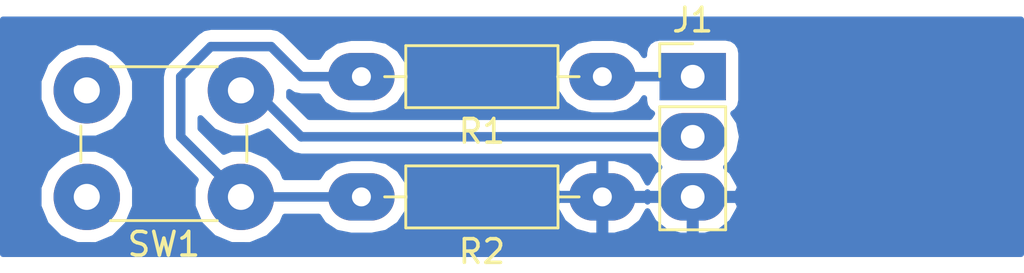
<source format=kicad_pcb>
(kicad_pcb (version 4) (host pcbnew 4.0.6-e0-6349~53~ubuntu14.04.1)

  (general
    (links 7)
    (no_connects 2)
    (area 147.32 102.045 190.500001 113.955)
    (thickness 1.6)
    (drawings 0)
    (tracks 13)
    (zones 0)
    (modules 4)
    (nets 5)
  )

  (page A4)
  (layers
    (0 F.Cu signal)
    (31 B.Cu signal)
    (32 B.Adhes user)
    (33 F.Adhes user)
    (34 B.Paste user)
    (35 F.Paste user)
    (36 B.SilkS user)
    (37 F.SilkS user)
    (38 B.Mask user)
    (39 F.Mask user)
    (40 Dwgs.User user)
    (41 Cmts.User user)
    (42 Eco1.User user)
    (43 Eco2.User user)
    (44 Edge.Cuts user)
    (45 Margin user)
    (46 B.CrtYd user)
    (47 F.CrtYd user)
    (48 B.Fab user)
    (49 F.Fab user)
  )

  (setup
    (last_trace_width 0.4)
    (trace_clearance 0.2)
    (zone_clearance 0.508)
    (zone_45_only no)
    (trace_min 0.2)
    (segment_width 0.2)
    (edge_width 0.15)
    (via_size 0.6)
    (via_drill 0.4)
    (via_min_size 0.4)
    (via_min_drill 0.3)
    (uvia_size 0.3)
    (uvia_drill 0.1)
    (uvias_allowed no)
    (uvia_min_size 0.2)
    (uvia_min_drill 0.1)
    (pcb_text_width 0.3)
    (pcb_text_size 1.5 1.5)
    (mod_edge_width 0.15)
    (mod_text_size 1 1)
    (mod_text_width 0.15)
    (pad_size 2.8 2)
    (pad_drill 1)
    (pad_to_mask_clearance 0.2)
    (aux_axis_origin 0 0)
    (visible_elements FFFFFF7F)
    (pcbplotparams
      (layerselection 0x00030_80000001)
      (usegerberextensions false)
      (excludeedgelayer true)
      (linewidth 0.100000)
      (plotframeref false)
      (viasonmask false)
      (mode 1)
      (useauxorigin false)
      (hpglpennumber 1)
      (hpglpenspeed 20)
      (hpglpendiameter 15)
      (hpglpenoverlay 2)
      (psnegative false)
      (psa4output false)
      (plotreference true)
      (plotvalue true)
      (plotinvisibletext false)
      (padsonsilk false)
      (subtractmaskfromsilk false)
      (outputformat 1)
      (mirror false)
      (drillshape 1)
      (scaleselection 1)
      (outputdirectory ""))
  )

  (net 0 "")
  (net 1 "Net-(J1-Pad1)")
  (net 2 "Net-(J1-Pad2)")
  (net 3 "Net-(J1-Pad3)")
  (net 4 "Net-(R1-Pad2)")

  (net_class Default "Dies ist die voreingestellte Netzklasse."
    (clearance 0.2)
    (trace_width 0.4)
    (via_dia 0.6)
    (via_drill 0.4)
    (uvia_dia 0.3)
    (uvia_drill 0.1)
    (add_net "Net-(J1-Pad1)")
    (add_net "Net-(J1-Pad2)")
    (add_net "Net-(J1-Pad3)")
    (add_net "Net-(R1-Pad2)")
  )

  (module Buttons_Switches_THT:SW_PUSH_6mm (layer F.Cu) (tedit 58D0FC01) (tstamp 58BE87BD)
    (at 157.48 110.49 180)
    (descr https://www.omron.com/ecb/products/pdf/en-b3f.pdf)
    (tags "tact sw push 6mm")
    (path /58BE87BF)
    (fp_text reference SW1 (at 3.25 -2 180) (layer F.SilkS)
      (effects (font (size 1 1) (thickness 0.15)))
    )
    (fp_text value SW_Push (at 3.75 6.7 180) (layer F.Fab)
      (effects (font (size 1 1) (thickness 0.15)))
    )
    (fp_line (start 3.25 -0.75) (end 6.25 -0.75) (layer F.Fab) (width 0.1))
    (fp_line (start 6.25 -0.75) (end 6.25 5.25) (layer F.Fab) (width 0.1))
    (fp_line (start 6.25 5.25) (end 0.25 5.25) (layer F.Fab) (width 0.1))
    (fp_line (start 0.25 5.25) (end 0.25 -0.75) (layer F.Fab) (width 0.1))
    (fp_line (start 0.25 -0.75) (end 3.25 -0.75) (layer F.Fab) (width 0.1))
    (fp_line (start 7.75 6) (end 8 6) (layer F.CrtYd) (width 0.05))
    (fp_line (start 8 6) (end 8 5.75) (layer F.CrtYd) (width 0.05))
    (fp_line (start 7.75 -1.5) (end 8 -1.5) (layer F.CrtYd) (width 0.05))
    (fp_line (start 8 -1.5) (end 8 -1.25) (layer F.CrtYd) (width 0.05))
    (fp_line (start -1.5 -1.25) (end -1.5 -1.5) (layer F.CrtYd) (width 0.05))
    (fp_line (start -1.5 -1.5) (end -1.25 -1.5) (layer F.CrtYd) (width 0.05))
    (fp_line (start -1.5 5.75) (end -1.5 6) (layer F.CrtYd) (width 0.05))
    (fp_line (start -1.5 6) (end -1.25 6) (layer F.CrtYd) (width 0.05))
    (fp_line (start -1.25 -1.5) (end 7.75 -1.5) (layer F.CrtYd) (width 0.05))
    (fp_line (start -1.5 5.75) (end -1.5 -1.25) (layer F.CrtYd) (width 0.05))
    (fp_line (start 7.75 6) (end -1.25 6) (layer F.CrtYd) (width 0.05))
    (fp_line (start 8 -1.25) (end 8 5.75) (layer F.CrtYd) (width 0.05))
    (fp_line (start 1 5.5) (end 5.5 5.5) (layer F.SilkS) (width 0.12))
    (fp_line (start -0.25 1.5) (end -0.25 3) (layer F.SilkS) (width 0.12))
    (fp_line (start 5.5 -1) (end 1 -1) (layer F.SilkS) (width 0.12))
    (fp_line (start 6.75 3) (end 6.75 1.5) (layer F.SilkS) (width 0.12))
    (fp_circle (center 3.25 2.25) (end 1.25 2.5) (layer F.Fab) (width 0.1))
    (pad 2 thru_hole circle (at 0 4.5 270) (size 2.8 2.8) (drill 1.1) (layers *.Cu *.Mask)
      (net 2 "Net-(J1-Pad2)"))
    (pad 1 thru_hole circle (at 0 0 270) (size 2.8 2.8) (drill 1.1) (layers *.Cu *.Mask)
      (net 4 "Net-(R1-Pad2)"))
    (pad 2 thru_hole circle (at 6.5 4.5 270) (size 2.8 2.8) (drill 1.1) (layers *.Cu *.Mask)
      (net 2 "Net-(J1-Pad2)"))
    (pad 1 thru_hole circle (at 6.5 0 270) (size 2.8 2.8) (drill 1.1) (layers *.Cu *.Mask)
      (net 4 "Net-(R1-Pad2)"))
    (model Buttons_Switches_THT.3dshapes/SW_PUSH_6mm.wrl
      (at (xyz 0.005 0 0))
      (scale (xyz 0.3937 0.3937 0.3937))
      (rotate (xyz 0 0 0))
    )
  )

  (module Pin_Headers:Pin_Header_Straight_1x03_Pitch2.54mm (layer F.Cu) (tedit 58D0FC35) (tstamp 58BE87A9)
    (at 176.53 105.41)
    (descr "Through hole straight pin header, 1x03, 2.54mm pitch, single row")
    (tags "Through hole pin header THT 1x03 2.54mm single row")
    (path /58BE84EE)
    (fp_text reference J1 (at 0 -2.39) (layer F.SilkS)
      (effects (font (size 1 1) (thickness 0.15)))
    )
    (fp_text value CONN_01X03_FEMALE (at 0 7.47) (layer F.Fab)
      (effects (font (size 1 1) (thickness 0.15)))
    )
    (fp_line (start -1.27 -1.27) (end -1.27 6.35) (layer F.Fab) (width 0.1))
    (fp_line (start -1.27 6.35) (end 1.27 6.35) (layer F.Fab) (width 0.1))
    (fp_line (start 1.27 6.35) (end 1.27 -1.27) (layer F.Fab) (width 0.1))
    (fp_line (start 1.27 -1.27) (end -1.27 -1.27) (layer F.Fab) (width 0.1))
    (fp_line (start -1.39 1.27) (end -1.39 6.47) (layer F.SilkS) (width 0.12))
    (fp_line (start -1.39 6.47) (end 1.39 6.47) (layer F.SilkS) (width 0.12))
    (fp_line (start 1.39 6.47) (end 1.39 1.27) (layer F.SilkS) (width 0.12))
    (fp_line (start 1.39 1.27) (end -1.39 1.27) (layer F.SilkS) (width 0.12))
    (fp_line (start -1.39 0) (end -1.39 -1.39) (layer F.SilkS) (width 0.12))
    (fp_line (start -1.39 -1.39) (end 0 -1.39) (layer F.SilkS) (width 0.12))
    (fp_line (start -1.6 -1.6) (end -1.6 6.6) (layer F.CrtYd) (width 0.05))
    (fp_line (start -1.6 6.6) (end 1.6 6.6) (layer F.CrtYd) (width 0.05))
    (fp_line (start 1.6 6.6) (end 1.6 -1.6) (layer F.CrtYd) (width 0.05))
    (fp_line (start 1.6 -1.6) (end -1.6 -1.6) (layer F.CrtYd) (width 0.05))
    (pad 1 thru_hole rect (at 0 0) (size 2.8 2) (drill 1) (layers *.Cu *.Mask)
      (net 1 "Net-(J1-Pad1)"))
    (pad 2 thru_hole oval (at 0 2.54) (size 2.8 2) (drill 1) (layers *.Cu *.Mask)
      (net 2 "Net-(J1-Pad2)"))
    (pad 3 thru_hole oval (at 0 5.08) (size 2.8 2) (drill 1) (layers *.Cu *.Mask)
      (net 3 "Net-(J1-Pad3)"))
    (model Pin_Headers.3dshapes/Pin_Header_Straight_1x03_Pitch2.54mm.wrl
      (at (xyz 0 -0.1 0))
      (scale (xyz 1 1 1))
      (rotate (xyz 0 0 90))
    )
  )

  (module Resistors_THT:R_Axial_DIN0207_L6.3mm_D2.5mm_P10.16mm_Horizontal (layer F.Cu) (tedit 58D0FC1B) (tstamp 58BE87AF)
    (at 172.72 105.41 180)
    (descr "Resistor, Axial_DIN0207 series, Axial, Horizontal, pin pitch=10.16mm, 0.25W = 1/4W, length*diameter=6.3*2.5mm^2, http://cdn-reichelt.de/documents/datenblatt/B400/1_4W%23YAG.pdf")
    (tags "Resistor Axial_DIN0207 series Axial Horizontal pin pitch 10.16mm 0.25W = 1/4W length 6.3mm diameter 2.5mm")
    (path /58BE8565)
    (fp_text reference R1 (at 5.08 -2.31 180) (layer F.SilkS)
      (effects (font (size 1 1) (thickness 0.15)))
    )
    (fp_text value 1k (at 5.08 2.31 180) (layer F.Fab)
      (effects (font (size 1 1) (thickness 0.15)))
    )
    (fp_line (start 1.93 -1.25) (end 1.93 1.25) (layer F.Fab) (width 0.1))
    (fp_line (start 1.93 1.25) (end 8.23 1.25) (layer F.Fab) (width 0.1))
    (fp_line (start 8.23 1.25) (end 8.23 -1.25) (layer F.Fab) (width 0.1))
    (fp_line (start 8.23 -1.25) (end 1.93 -1.25) (layer F.Fab) (width 0.1))
    (fp_line (start 0 0) (end 1.93 0) (layer F.Fab) (width 0.1))
    (fp_line (start 10.16 0) (end 8.23 0) (layer F.Fab) (width 0.1))
    (fp_line (start 1.87 -1.31) (end 1.87 1.31) (layer F.SilkS) (width 0.12))
    (fp_line (start 1.87 1.31) (end 8.29 1.31) (layer F.SilkS) (width 0.12))
    (fp_line (start 8.29 1.31) (end 8.29 -1.31) (layer F.SilkS) (width 0.12))
    (fp_line (start 8.29 -1.31) (end 1.87 -1.31) (layer F.SilkS) (width 0.12))
    (fp_line (start 0.98 0) (end 1.87 0) (layer F.SilkS) (width 0.12))
    (fp_line (start 9.18 0) (end 8.29 0) (layer F.SilkS) (width 0.12))
    (fp_line (start -1.05 -1.6) (end -1.05 1.6) (layer F.CrtYd) (width 0.05))
    (fp_line (start -1.05 1.6) (end 11.25 1.6) (layer F.CrtYd) (width 0.05))
    (fp_line (start 11.25 1.6) (end 11.25 -1.6) (layer F.CrtYd) (width 0.05))
    (fp_line (start 11.25 -1.6) (end -1.05 -1.6) (layer F.CrtYd) (width 0.05))
    (pad 1 thru_hole oval (at 0 0 180) (size 2.8 2) (drill 0.8) (layers *.Cu *.Mask)
      (net 1 "Net-(J1-Pad1)"))
    (pad 2 thru_hole oval (at 10.16 0 180) (size 2.8 2) (drill 0.8) (layers *.Cu *.Mask)
      (net 4 "Net-(R1-Pad2)"))
    (model Resistors_THT.3dshapes/R_Axial_DIN0207_L6.3mm_D2.5mm_P10.16mm_Horizontal.wrl
      (at (xyz 0 0 0))
      (scale (xyz 0.393701 0.393701 0.393701))
      (rotate (xyz 0 0 0))
    )
  )

  (module Resistors_THT:R_Axial_DIN0207_L6.3mm_D2.5mm_P10.16mm_Horizontal (layer F.Cu) (tedit 58D0FC25) (tstamp 58BE87B5)
    (at 172.72 110.49 180)
    (descr "Resistor, Axial_DIN0207 series, Axial, Horizontal, pin pitch=10.16mm, 0.25W = 1/4W, length*diameter=6.3*2.5mm^2, http://cdn-reichelt.de/documents/datenblatt/B400/1_4W%23YAG.pdf")
    (tags "Resistor Axial_DIN0207 series Axial Horizontal pin pitch 10.16mm 0.25W = 1/4W length 6.3mm diameter 2.5mm")
    (path /58BE865A)
    (fp_text reference R2 (at 5.08 -2.31 180) (layer F.SilkS)
      (effects (font (size 1 1) (thickness 0.15)))
    )
    (fp_text value 10k (at 5.08 2.31 180) (layer F.Fab)
      (effects (font (size 1 1) (thickness 0.15)))
    )
    (fp_line (start 1.93 -1.25) (end 1.93 1.25) (layer F.Fab) (width 0.1))
    (fp_line (start 1.93 1.25) (end 8.23 1.25) (layer F.Fab) (width 0.1))
    (fp_line (start 8.23 1.25) (end 8.23 -1.25) (layer F.Fab) (width 0.1))
    (fp_line (start 8.23 -1.25) (end 1.93 -1.25) (layer F.Fab) (width 0.1))
    (fp_line (start 0 0) (end 1.93 0) (layer F.Fab) (width 0.1))
    (fp_line (start 10.16 0) (end 8.23 0) (layer F.Fab) (width 0.1))
    (fp_line (start 1.87 -1.31) (end 1.87 1.31) (layer F.SilkS) (width 0.12))
    (fp_line (start 1.87 1.31) (end 8.29 1.31) (layer F.SilkS) (width 0.12))
    (fp_line (start 8.29 1.31) (end 8.29 -1.31) (layer F.SilkS) (width 0.12))
    (fp_line (start 8.29 -1.31) (end 1.87 -1.31) (layer F.SilkS) (width 0.12))
    (fp_line (start 0.98 0) (end 1.87 0) (layer F.SilkS) (width 0.12))
    (fp_line (start 9.18 0) (end 8.29 0) (layer F.SilkS) (width 0.12))
    (fp_line (start -1.05 -1.6) (end -1.05 1.6) (layer F.CrtYd) (width 0.05))
    (fp_line (start -1.05 1.6) (end 11.25 1.6) (layer F.CrtYd) (width 0.05))
    (fp_line (start 11.25 1.6) (end 11.25 -1.6) (layer F.CrtYd) (width 0.05))
    (fp_line (start 11.25 -1.6) (end -1.05 -1.6) (layer F.CrtYd) (width 0.05))
    (pad 1 thru_hole oval (at 0 0 180) (size 2.8 2) (drill 0.8) (layers *.Cu *.Mask)
      (net 3 "Net-(J1-Pad3)"))
    (pad 2 thru_hole oval (at 10.16 0 180) (size 2.8 2) (drill 0.8) (layers *.Cu *.Mask)
      (net 4 "Net-(R1-Pad2)"))
    (model Resistors_THT.3dshapes/R_Axial_DIN0207_L6.3mm_D2.5mm_P10.16mm_Horizontal.wrl
      (at (xyz 0 0 0))
      (scale (xyz 0.393701 0.393701 0.393701))
      (rotate (xyz 0 0 0))
    )
  )

  (segment (start 172.72 105.41) (end 176.53 105.41) (width 0.4) (layer B.Cu) (net 1))
  (segment (start 176.53 107.95) (end 160.02 107.95) (width 0.4) (layer B.Cu) (net 2))
  (segment (start 160.02 107.95) (end 158.06 105.99) (width 0.4) (layer B.Cu) (net 2) (tstamp 58C7BE4E))
  (segment (start 158.06 105.99) (end 157.48 105.99) (width 0.4) (layer B.Cu) (net 2) (tstamp 58C7BE4F))
  (segment (start 157.48 105.99) (end 158.06 105.99) (width 0.25) (layer B.Cu) (net 2))
  (segment (start 176.53 110.49) (end 172.72 110.49) (width 0.4) (layer B.Cu) (net 3))
  (segment (start 154.94 107.95) (end 157.48 110.49) (width 0.4) (layer B.Cu) (net 4) (tstamp 58C7BF06))
  (segment (start 154.94 105.41) (end 154.94 107.95) (width 0.4) (layer B.Cu) (net 4) (tstamp 58C7BF02))
  (segment (start 156.21 104.14) (end 154.94 105.41) (width 0.4) (layer B.Cu) (net 4) (tstamp 58C7BF01))
  (segment (start 158.75 104.14) (end 156.21 104.14) (width 0.4) (layer B.Cu) (net 4) (tstamp 58C7BF00))
  (segment (start 160.02 105.41) (end 158.75 104.14) (width 0.4) (layer B.Cu) (net 4) (tstamp 58C7BEFE))
  (segment (start 162.56 105.41) (end 160.02 105.41) (width 0.4) (layer B.Cu) (net 4))
  (segment (start 157.48 110.49) (end 162.56 110.49) (width 0.4) (layer B.Cu) (net 4))

  (zone (net 3) (net_name "Net-(J1-Pad3)") (layer B.Cu) (tstamp 58C7BC53) (hatch edge 0.508)
    (connect_pads (clearance 0.508))
    (min_thickness 0.254)
    (fill yes (arc_segments 16) (thermal_gap 0.508) (thermal_bridge_width 0.508))
    (polygon
      (pts
        (xy 147.32 102.87) (xy 147.32 113.03) (xy 190.5 113.03) (xy 190.5 102.87)
      )
    )
    (filled_polygon
      (pts
        (xy 190.373 112.903) (xy 147.447 112.903) (xy 147.447 110.893011) (xy 148.944648 110.893011) (xy 149.253805 111.641229)
        (xy 149.82576 112.214183) (xy 150.573438 112.524646) (xy 151.383011 112.525352) (xy 152.131229 112.216195) (xy 152.704183 111.64424)
        (xy 153.014646 110.896562) (xy 153.015352 110.086989) (xy 152.706195 109.338771) (xy 152.13424 108.765817) (xy 151.386562 108.455354)
        (xy 150.576989 108.454648) (xy 149.828771 108.763805) (xy 149.255817 109.33576) (xy 148.945354 110.083438) (xy 148.944648 110.893011)
        (xy 147.447 110.893011) (xy 147.447 106.393011) (xy 148.944648 106.393011) (xy 149.253805 107.141229) (xy 149.82576 107.714183)
        (xy 150.573438 108.024646) (xy 151.383011 108.025352) (xy 152.131229 107.716195) (xy 152.704183 107.14424) (xy 153.014646 106.396562)
        (xy 153.015352 105.586989) (xy 152.942222 105.41) (xy 154.105 105.41) (xy 154.105 107.95) (xy 154.168561 108.269541)
        (xy 154.349566 108.540434) (xy 155.576569 109.767437) (xy 155.445354 110.083438) (xy 155.444648 110.893011) (xy 155.753805 111.641229)
        (xy 156.32576 112.214183) (xy 157.073438 112.524646) (xy 157.883011 112.525352) (xy 158.631229 112.216195) (xy 159.204183 111.64424)
        (xy 159.336743 111.325) (xy 160.749447 111.325) (xy 160.964012 111.64612) (xy 161.494445 112.000543) (xy 162.120132 112.125)
        (xy 162.999868 112.125) (xy 163.625555 112.000543) (xy 164.155988 111.64612) (xy 164.510411 111.115687) (xy 164.559194 110.870434)
        (xy 170.729876 110.870434) (xy 170.760856 110.998355) (xy 171.074078 111.556317) (xy 171.57698 111.951942) (xy 172.193 112.125)
        (xy 172.593 112.125) (xy 172.593 110.617) (xy 172.847 110.617) (xy 172.847 112.125) (xy 173.247 112.125)
        (xy 173.86302 111.951942) (xy 174.365922 111.556317) (xy 174.625 111.094805) (xy 174.884078 111.556317) (xy 175.38698 111.951942)
        (xy 176.003 112.125) (xy 176.403 112.125) (xy 176.403 110.617) (xy 176.657 110.617) (xy 176.657 112.125)
        (xy 177.057 112.125) (xy 177.67302 111.951942) (xy 178.175922 111.556317) (xy 178.489144 110.998355) (xy 178.520124 110.870434)
        (xy 178.400777 110.617) (xy 176.657 110.617) (xy 176.403 110.617) (xy 174.659223 110.617) (xy 174.625 110.689673)
        (xy 174.590777 110.617) (xy 172.847 110.617) (xy 172.593 110.617) (xy 170.849223 110.617) (xy 170.729876 110.870434)
        (xy 164.559194 110.870434) (xy 164.634868 110.49) (xy 164.559195 110.109566) (xy 170.729876 110.109566) (xy 170.849223 110.363)
        (xy 172.593 110.363) (xy 172.593 108.855) (xy 172.193 108.855) (xy 171.57698 109.028058) (xy 171.074078 109.423683)
        (xy 170.760856 109.981645) (xy 170.729876 110.109566) (xy 164.559195 110.109566) (xy 164.510411 109.864313) (xy 164.155988 109.33388)
        (xy 163.625555 108.979457) (xy 162.999868 108.855) (xy 162.120132 108.855) (xy 161.494445 108.979457) (xy 160.964012 109.33388)
        (xy 160.749447 109.655) (xy 159.336858 109.655) (xy 159.206195 109.338771) (xy 158.63424 108.765817) (xy 157.886562 108.455354)
        (xy 157.076989 108.454648) (xy 156.757518 108.58665) (xy 155.775 107.604132) (xy 155.775 107.162461) (xy 156.32576 107.714183)
        (xy 157.073438 108.024646) (xy 157.883011 108.025352) (xy 158.6129 107.723768) (xy 159.429566 108.540434) (xy 159.70046 108.72144)
        (xy 160.02 108.785) (xy 174.719447 108.785) (xy 174.934012 109.10612) (xy 175.125289 109.233927) (xy 174.884078 109.423683)
        (xy 174.625 109.885195) (xy 174.365922 109.423683) (xy 173.86302 109.028058) (xy 173.247 108.855) (xy 172.847 108.855)
        (xy 172.847 110.363) (xy 174.590777 110.363) (xy 174.625 110.290327) (xy 174.659223 110.363) (xy 176.403 110.363)
        (xy 176.403 110.343) (xy 176.657 110.343) (xy 176.657 110.363) (xy 178.400777 110.363) (xy 178.520124 110.109566)
        (xy 178.489144 109.981645) (xy 178.175922 109.423683) (xy 177.934711 109.233927) (xy 178.125988 109.10612) (xy 178.480411 108.575687)
        (xy 178.604868 107.95) (xy 178.480411 107.324313) (xy 178.240277 106.964926) (xy 178.381441 106.87409) (xy 178.526431 106.66189)
        (xy 178.57744 106.41) (xy 178.57744 104.41) (xy 178.533162 104.174683) (xy 178.39409 103.958559) (xy 178.18189 103.813569)
        (xy 177.93 103.76256) (xy 175.13 103.76256) (xy 174.894683 103.806838) (xy 174.678559 103.94591) (xy 174.533569 104.15811)
        (xy 174.48256 104.41) (xy 174.48256 104.503173) (xy 174.315988 104.25388) (xy 173.785555 103.899457) (xy 173.159868 103.775)
        (xy 172.280132 103.775) (xy 171.654445 103.899457) (xy 171.124012 104.25388) (xy 170.769589 104.784313) (xy 170.645132 105.41)
        (xy 170.769589 106.035687) (xy 171.124012 106.56612) (xy 171.654445 106.920543) (xy 172.280132 107.045) (xy 173.159868 107.045)
        (xy 173.785555 106.920543) (xy 174.315988 106.56612) (xy 174.48256 106.316827) (xy 174.48256 106.41) (xy 174.526838 106.645317)
        (xy 174.66591 106.861441) (xy 174.818984 106.966032) (xy 174.719447 107.115) (xy 160.365868 107.115) (xy 159.514762 106.263894)
        (xy 159.514942 106.05748) (xy 159.700459 106.181439) (xy 160.02 106.245) (xy 160.749447 106.245) (xy 160.964012 106.56612)
        (xy 161.494445 106.920543) (xy 162.120132 107.045) (xy 162.999868 107.045) (xy 163.625555 106.920543) (xy 164.155988 106.56612)
        (xy 164.510411 106.035687) (xy 164.634868 105.41) (xy 164.510411 104.784313) (xy 164.155988 104.25388) (xy 163.625555 103.899457)
        (xy 162.999868 103.775) (xy 162.120132 103.775) (xy 161.494445 103.899457) (xy 160.964012 104.25388) (xy 160.749447 104.575)
        (xy 160.365868 104.575) (xy 159.340434 103.549566) (xy 159.069541 103.368561) (xy 158.75 103.305) (xy 156.21 103.305)
        (xy 155.890459 103.368561) (xy 155.619566 103.549566) (xy 154.349566 104.819566) (xy 154.168561 105.090459) (xy 154.105 105.41)
        (xy 152.942222 105.41) (xy 152.706195 104.838771) (xy 152.13424 104.265817) (xy 151.386562 103.955354) (xy 150.576989 103.954648)
        (xy 149.828771 104.263805) (xy 149.255817 104.83576) (xy 148.945354 105.583438) (xy 148.944648 106.393011) (xy 147.447 106.393011)
        (xy 147.447 102.997) (xy 190.373 102.997)
      )
    )
  )
)

</source>
